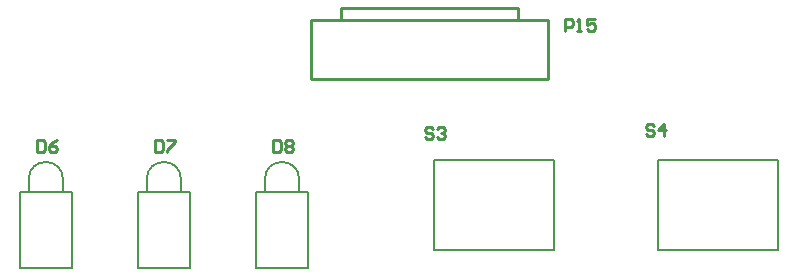
<source format=gto>
%FSLAX25Y25*%
%MOIN*%
G70*
G01*
G75*
%ADD10C,0.02000*%
%ADD11C,0.06299*%
%ADD12C,0.06000*%
%ADD13C,0.05906*%
%ADD14C,0.10000*%
%ADD15C,0.00500*%
%ADD16C,0.00787*%
%ADD17C,0.01000*%
D15*
X45079Y57087D02*
G03*
X33661Y57087I-5709J0D01*
G01*
X84449Y57087D02*
G03*
X73032Y57087I-5709J0D01*
G01*
X123819D02*
G03*
X112402Y57087I-5709J0D01*
G01*
X45079Y52756D02*
Y57087D01*
X33661Y52756D02*
Y57087D01*
X48031Y27559D02*
Y52756D01*
X30709D02*
X48031D01*
X30709Y27559D02*
Y52756D01*
Y27559D02*
X48031D01*
X84449Y52756D02*
Y57087D01*
X73032Y52756D02*
Y57087D01*
X87402Y27559D02*
Y52756D01*
X70079D02*
X87402D01*
X70079Y27559D02*
Y52756D01*
Y27559D02*
X87402D01*
X123819Y52756D02*
Y57087D01*
X112402Y52756D02*
Y57087D01*
X126772Y27559D02*
Y52756D01*
X109449D02*
X126772D01*
X109449Y27559D02*
Y52756D01*
Y27559D02*
X126772D01*
D16*
X283465Y33622D02*
Y63622D01*
X243465D02*
X283465D01*
X243465Y33622D02*
X283465D01*
X243465D02*
Y63622D01*
X208661Y33622D02*
Y63622D01*
X168661D02*
X208661D01*
X168661Y33622D02*
X208661D01*
X168661D02*
Y63622D01*
D17*
X127953Y90551D02*
Y110236D01*
Y90551D02*
X206693D01*
Y110236D01*
X127953D02*
X206693D01*
X137795D02*
Y114173D01*
X196850D01*
Y110236D02*
Y114173D01*
X36470Y70032D02*
Y66033D01*
X38469D01*
X39136Y66699D01*
Y69365D01*
X38469Y70032D01*
X36470D01*
X43135D02*
X41802Y69365D01*
X40469Y68032D01*
Y66699D01*
X41135Y66033D01*
X42468D01*
X43135Y66699D01*
Y67366D01*
X42468Y68032D01*
X40469D01*
X75840Y70032D02*
Y66033D01*
X77839D01*
X78506Y66699D01*
Y69365D01*
X77839Y70032D01*
X75840D01*
X79839D02*
X82505D01*
Y69365D01*
X79839Y66699D01*
Y66033D01*
X115210Y70032D02*
Y66033D01*
X117210D01*
X117876Y66699D01*
Y69365D01*
X117210Y70032D01*
X115210D01*
X119209Y69365D02*
X119875Y70032D01*
X121208D01*
X121875Y69365D01*
Y68699D01*
X121208Y68032D01*
X121875Y67366D01*
Y66699D01*
X121208Y66033D01*
X119875D01*
X119209Y66699D01*
Y67366D01*
X119875Y68032D01*
X119209Y68699D01*
Y69365D01*
X119875Y68032D02*
X121208D01*
X212598Y106299D02*
Y110298D01*
X214598D01*
X215264Y109632D01*
Y108299D01*
X214598Y107632D01*
X212598D01*
X216597Y106299D02*
X217930D01*
X217264D01*
Y110298D01*
X216597Y109632D01*
X222595Y110298D02*
X219929D01*
Y108299D01*
X221262Y108965D01*
X221929D01*
X222595Y108299D01*
Y106966D01*
X221929Y106299D01*
X220596D01*
X219929Y106966D01*
X168327Y73954D02*
X167661Y74621D01*
X166328D01*
X165661Y73954D01*
Y73288D01*
X166328Y72621D01*
X167661D01*
X168327Y71955D01*
Y71289D01*
X167661Y70622D01*
X166328D01*
X165661Y71289D01*
X169660Y73954D02*
X170327Y74621D01*
X171660D01*
X172326Y73954D01*
Y73288D01*
X171660Y72621D01*
X170993D01*
X171660D01*
X172326Y71955D01*
Y71289D01*
X171660Y70622D01*
X170327D01*
X169660Y71289D01*
X242130Y74954D02*
X241464Y75621D01*
X240131D01*
X239465Y74954D01*
Y74288D01*
X240131Y73621D01*
X241464D01*
X242130Y72955D01*
Y72289D01*
X241464Y71622D01*
X240131D01*
X239465Y72289D01*
X245463Y71622D02*
Y75621D01*
X243463Y73621D01*
X246129D01*
M02*

</source>
